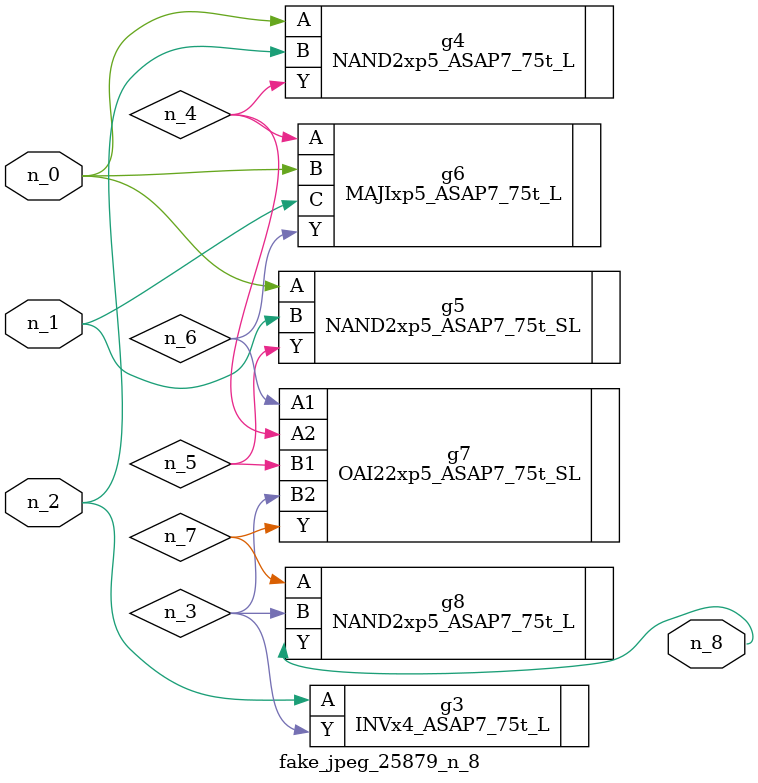
<source format=v>
module fake_jpeg_25879_n_8 (n_0, n_2, n_1, n_8);

input n_0;
input n_2;
input n_1;

output n_8;

wire n_3;
wire n_4;
wire n_6;
wire n_5;
wire n_7;

INVx4_ASAP7_75t_L g3 ( 
.A(n_2),
.Y(n_3)
);

NAND2xp5_ASAP7_75t_L g4 ( 
.A(n_0),
.B(n_2),
.Y(n_4)
);

NAND2xp5_ASAP7_75t_SL g5 ( 
.A(n_0),
.B(n_1),
.Y(n_5)
);

MAJIxp5_ASAP7_75t_L g6 ( 
.A(n_4),
.B(n_0),
.C(n_1),
.Y(n_6)
);

OAI22xp5_ASAP7_75t_SL g7 ( 
.A1(n_6),
.A2(n_4),
.B1(n_5),
.B2(n_3),
.Y(n_7)
);

NAND2xp5_ASAP7_75t_L g8 ( 
.A(n_7),
.B(n_3),
.Y(n_8)
);


endmodule
</source>
